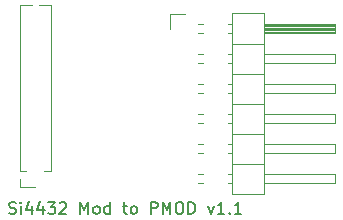
<source format=gbr>
%TF.GenerationSoftware,KiCad,Pcbnew,5.1.10*%
%TF.CreationDate,2021-12-30T18:02:29+01:00*%
%TF.ProjectId,Mini_SI4432_PMOD,4d696e69-5f53-4493-9434-33325f504d4f,rev?*%
%TF.SameCoordinates,Original*%
%TF.FileFunction,Legend,Top*%
%TF.FilePolarity,Positive*%
%FSLAX46Y46*%
G04 Gerber Fmt 4.6, Leading zero omitted, Abs format (unit mm)*
G04 Created by KiCad (PCBNEW 5.1.10) date 2021-12-30 18:02:29*
%MOMM*%
%LPD*%
G01*
G04 APERTURE LIST*
%ADD10C,0.150000*%
%ADD11C,0.120000*%
G04 APERTURE END LIST*
D10*
X134946666Y-58824761D02*
X135089523Y-58872380D01*
X135327619Y-58872380D01*
X135422857Y-58824761D01*
X135470476Y-58777142D01*
X135518095Y-58681904D01*
X135518095Y-58586666D01*
X135470476Y-58491428D01*
X135422857Y-58443809D01*
X135327619Y-58396190D01*
X135137142Y-58348571D01*
X135041904Y-58300952D01*
X134994285Y-58253333D01*
X134946666Y-58158095D01*
X134946666Y-58062857D01*
X134994285Y-57967619D01*
X135041904Y-57920000D01*
X135137142Y-57872380D01*
X135375238Y-57872380D01*
X135518095Y-57920000D01*
X135946666Y-58872380D02*
X135946666Y-58205714D01*
X135946666Y-57872380D02*
X135899047Y-57920000D01*
X135946666Y-57967619D01*
X135994285Y-57920000D01*
X135946666Y-57872380D01*
X135946666Y-57967619D01*
X136851428Y-58205714D02*
X136851428Y-58872380D01*
X136613333Y-57824761D02*
X136375238Y-58539047D01*
X136994285Y-58539047D01*
X137803809Y-58205714D02*
X137803809Y-58872380D01*
X137565714Y-57824761D02*
X137327619Y-58539047D01*
X137946666Y-58539047D01*
X138232380Y-57872380D02*
X138851428Y-57872380D01*
X138518095Y-58253333D01*
X138660952Y-58253333D01*
X138756190Y-58300952D01*
X138803809Y-58348571D01*
X138851428Y-58443809D01*
X138851428Y-58681904D01*
X138803809Y-58777142D01*
X138756190Y-58824761D01*
X138660952Y-58872380D01*
X138375238Y-58872380D01*
X138280000Y-58824761D01*
X138232380Y-58777142D01*
X139232380Y-57967619D02*
X139280000Y-57920000D01*
X139375238Y-57872380D01*
X139613333Y-57872380D01*
X139708571Y-57920000D01*
X139756190Y-57967619D01*
X139803809Y-58062857D01*
X139803809Y-58158095D01*
X139756190Y-58300952D01*
X139184761Y-58872380D01*
X139803809Y-58872380D01*
X140994285Y-58872380D02*
X140994285Y-57872380D01*
X141327619Y-58586666D01*
X141660952Y-57872380D01*
X141660952Y-58872380D01*
X142280000Y-58872380D02*
X142184761Y-58824761D01*
X142137142Y-58777142D01*
X142089523Y-58681904D01*
X142089523Y-58396190D01*
X142137142Y-58300952D01*
X142184761Y-58253333D01*
X142280000Y-58205714D01*
X142422857Y-58205714D01*
X142518095Y-58253333D01*
X142565714Y-58300952D01*
X142613333Y-58396190D01*
X142613333Y-58681904D01*
X142565714Y-58777142D01*
X142518095Y-58824761D01*
X142422857Y-58872380D01*
X142280000Y-58872380D01*
X143470476Y-58872380D02*
X143470476Y-57872380D01*
X143470476Y-58824761D02*
X143375238Y-58872380D01*
X143184761Y-58872380D01*
X143089523Y-58824761D01*
X143041904Y-58777142D01*
X142994285Y-58681904D01*
X142994285Y-58396190D01*
X143041904Y-58300952D01*
X143089523Y-58253333D01*
X143184761Y-58205714D01*
X143375238Y-58205714D01*
X143470476Y-58253333D01*
X144565714Y-58205714D02*
X144946666Y-58205714D01*
X144708571Y-57872380D02*
X144708571Y-58729523D01*
X144756190Y-58824761D01*
X144851428Y-58872380D01*
X144946666Y-58872380D01*
X145422857Y-58872380D02*
X145327619Y-58824761D01*
X145280000Y-58777142D01*
X145232380Y-58681904D01*
X145232380Y-58396190D01*
X145280000Y-58300952D01*
X145327619Y-58253333D01*
X145422857Y-58205714D01*
X145565714Y-58205714D01*
X145660952Y-58253333D01*
X145708571Y-58300952D01*
X145756190Y-58396190D01*
X145756190Y-58681904D01*
X145708571Y-58777142D01*
X145660952Y-58824761D01*
X145565714Y-58872380D01*
X145422857Y-58872380D01*
X146946666Y-58872380D02*
X146946666Y-57872380D01*
X147327619Y-57872380D01*
X147422857Y-57920000D01*
X147470476Y-57967619D01*
X147518095Y-58062857D01*
X147518095Y-58205714D01*
X147470476Y-58300952D01*
X147422857Y-58348571D01*
X147327619Y-58396190D01*
X146946666Y-58396190D01*
X147946666Y-58872380D02*
X147946666Y-57872380D01*
X148280000Y-58586666D01*
X148613333Y-57872380D01*
X148613333Y-58872380D01*
X149280000Y-57872380D02*
X149470476Y-57872380D01*
X149565714Y-57920000D01*
X149660952Y-58015238D01*
X149708571Y-58205714D01*
X149708571Y-58539047D01*
X149660952Y-58729523D01*
X149565714Y-58824761D01*
X149470476Y-58872380D01*
X149280000Y-58872380D01*
X149184761Y-58824761D01*
X149089523Y-58729523D01*
X149041904Y-58539047D01*
X149041904Y-58205714D01*
X149089523Y-58015238D01*
X149184761Y-57920000D01*
X149280000Y-57872380D01*
X150137142Y-58872380D02*
X150137142Y-57872380D01*
X150375238Y-57872380D01*
X150518095Y-57920000D01*
X150613333Y-58015238D01*
X150660952Y-58110476D01*
X150708571Y-58300952D01*
X150708571Y-58443809D01*
X150660952Y-58634285D01*
X150613333Y-58729523D01*
X150518095Y-58824761D01*
X150375238Y-58872380D01*
X150137142Y-58872380D01*
X151803809Y-58205714D02*
X152041904Y-58872380D01*
X152280000Y-58205714D01*
X153184761Y-58872380D02*
X152613333Y-58872380D01*
X152899047Y-58872380D02*
X152899047Y-57872380D01*
X152803809Y-58015238D01*
X152708571Y-58110476D01*
X152613333Y-58158095D01*
X153613333Y-58777142D02*
X153660952Y-58824761D01*
X153613333Y-58872380D01*
X153565714Y-58824761D01*
X153613333Y-58777142D01*
X153613333Y-58872380D01*
X154613333Y-58872380D02*
X154041904Y-58872380D01*
X154327619Y-58872380D02*
X154327619Y-57872380D01*
X154232380Y-58015238D01*
X154137142Y-58110476D01*
X154041904Y-58158095D01*
D11*
%TO.C,J2*%
X153840000Y-41850000D02*
X153840000Y-57210000D01*
X153840000Y-57210000D02*
X156500000Y-57210000D01*
X156500000Y-57210000D02*
X156500000Y-41850000D01*
X156500000Y-41850000D02*
X153840000Y-41850000D01*
X156500000Y-42800000D02*
X162500000Y-42800000D01*
X162500000Y-42800000D02*
X162500000Y-43560000D01*
X162500000Y-43560000D02*
X156500000Y-43560000D01*
X156500000Y-42860000D02*
X162500000Y-42860000D01*
X156500000Y-42980000D02*
X162500000Y-42980000D01*
X156500000Y-43100000D02*
X162500000Y-43100000D01*
X156500000Y-43220000D02*
X162500000Y-43220000D01*
X156500000Y-43340000D02*
X162500000Y-43340000D01*
X156500000Y-43460000D02*
X162500000Y-43460000D01*
X153442929Y-42800000D02*
X153840000Y-42800000D01*
X153442929Y-43560000D02*
X153840000Y-43560000D01*
X150970000Y-42800000D02*
X151357071Y-42800000D01*
X150970000Y-43560000D02*
X151357071Y-43560000D01*
X153840000Y-44450000D02*
X156500000Y-44450000D01*
X156500000Y-45340000D02*
X162500000Y-45340000D01*
X162500000Y-45340000D02*
X162500000Y-46100000D01*
X162500000Y-46100000D02*
X156500000Y-46100000D01*
X153442929Y-45340000D02*
X153840000Y-45340000D01*
X153442929Y-46100000D02*
X153840000Y-46100000D01*
X150902929Y-45340000D02*
X151357071Y-45340000D01*
X150902929Y-46100000D02*
X151357071Y-46100000D01*
X153840000Y-46990000D02*
X156500000Y-46990000D01*
X156500000Y-47880000D02*
X162500000Y-47880000D01*
X162500000Y-47880000D02*
X162500000Y-48640000D01*
X162500000Y-48640000D02*
X156500000Y-48640000D01*
X153442929Y-47880000D02*
X153840000Y-47880000D01*
X153442929Y-48640000D02*
X153840000Y-48640000D01*
X150902929Y-47880000D02*
X151357071Y-47880000D01*
X150902929Y-48640000D02*
X151357071Y-48640000D01*
X153840000Y-49530000D02*
X156500000Y-49530000D01*
X156500000Y-50420000D02*
X162500000Y-50420000D01*
X162500000Y-50420000D02*
X162500000Y-51180000D01*
X162500000Y-51180000D02*
X156500000Y-51180000D01*
X153442929Y-50420000D02*
X153840000Y-50420000D01*
X153442929Y-51180000D02*
X153840000Y-51180000D01*
X150902929Y-50420000D02*
X151357071Y-50420000D01*
X150902929Y-51180000D02*
X151357071Y-51180000D01*
X153840000Y-52070000D02*
X156500000Y-52070000D01*
X156500000Y-52960000D02*
X162500000Y-52960000D01*
X162500000Y-52960000D02*
X162500000Y-53720000D01*
X162500000Y-53720000D02*
X156500000Y-53720000D01*
X153442929Y-52960000D02*
X153840000Y-52960000D01*
X153442929Y-53720000D02*
X153840000Y-53720000D01*
X150902929Y-52960000D02*
X151357071Y-52960000D01*
X150902929Y-53720000D02*
X151357071Y-53720000D01*
X153840000Y-54610000D02*
X156500000Y-54610000D01*
X156500000Y-55500000D02*
X162500000Y-55500000D01*
X162500000Y-55500000D02*
X162500000Y-56260000D01*
X162500000Y-56260000D02*
X156500000Y-56260000D01*
X153442929Y-55500000D02*
X153840000Y-55500000D01*
X153442929Y-56260000D02*
X153840000Y-56260000D01*
X150902929Y-55500000D02*
X151357071Y-55500000D01*
X150902929Y-56260000D02*
X151357071Y-56260000D01*
X148590000Y-43180000D02*
X148590000Y-41910000D01*
X148590000Y-41910000D02*
X149860000Y-41910000D01*
%TO.C,J1*%
X138490000Y-55245000D02*
X137920000Y-55245000D01*
X136400000Y-55245000D02*
X135830000Y-55245000D01*
X138490000Y-55245000D02*
X138490000Y-41215000D01*
X138490000Y-41215000D02*
X137467530Y-41215000D01*
X136852470Y-41215000D02*
X135830000Y-41215000D01*
X135830000Y-55245000D02*
X135830000Y-41215000D01*
X135830000Y-56640000D02*
X135830000Y-55880000D01*
X137160000Y-56640000D02*
X135830000Y-56640000D01*
%TD*%
M02*

</source>
